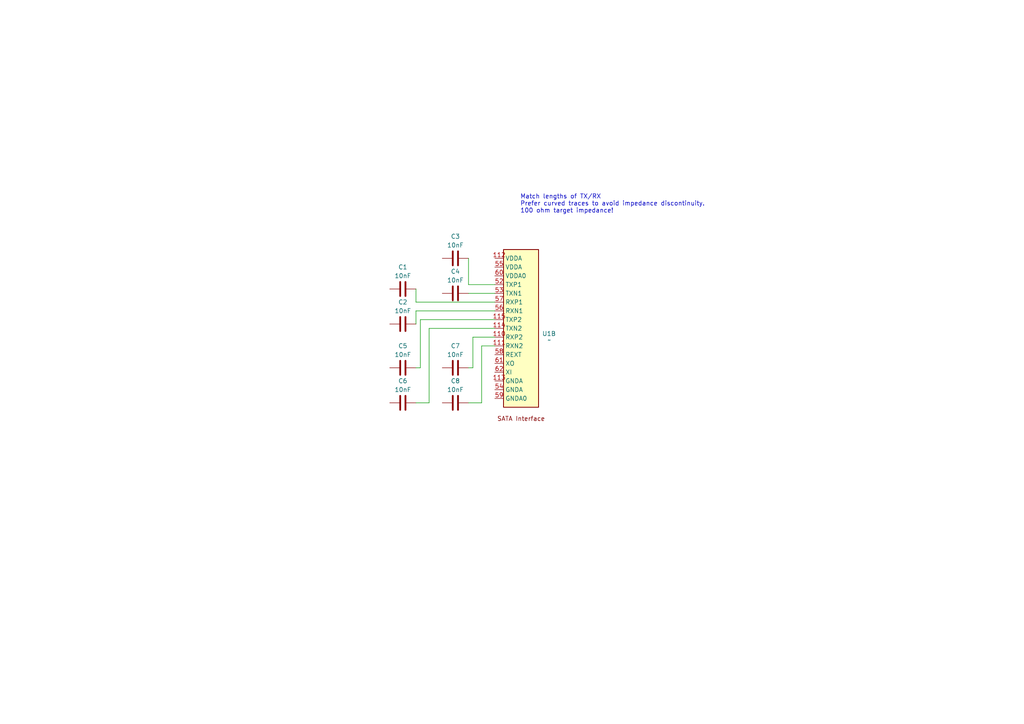
<source format=kicad_sch>
(kicad_sch (version 20231120) (generator "eeschema") (generator_version "8.0")
  (paper "A4")
  (lib_symbols
    (symbol "Device:C" (pin_numbers hide) (pin_names (offset 0.254))
      (property "Reference" "C" (at 0.635 2.54 0))
      (property "Value" "C" (at 0.635 -2.54 0))
      (symbol "C_0_1"
        (polyline (pts (xy -2.032 -0.762) (xy 2.032 -0.762)) (stroke (width 0.508)))
        (polyline (pts (xy -2.032 0.762) (xy 2.032 0.762)) (stroke (width 0.508)))
      )
      (symbol "C_1_1"
        (pin passive line (at 0 3.81 270) (length 2.794) (name "~") (number "1"))
        (pin passive line (at 0 -3.81 90) (length 2.794) (name "~") (number "2"))
      )
    )
    (symbol "XRack:VT6421A"
      (property "Reference" "U" (at 0 2.286 0))
      (symbol "VT6421A_1_1"
        (rectangle (start -5.08 0) (end 5.08 -165.1) (stroke (width 0.254)) (fill (type background)))
        (text "PCI Bus" (at 0 -168.148 0) (effects (font (size 1.27 1.27))))
        (pin bidirectional line (at -7.62 -86.36 0) (length 2.54) (name "AD26") (number "1"))
        (pin bidirectional line (at -7.62 -71.12 0) (length 2.54) (name "AD20") (number "10"))
        (pin passive line (at -7.62 -154.94 0) (length 2.54) (name "GNDP") (number "11"))
        (pin input line (at -7.62 -137.16 0) (length 2.54) (name "ATPGEN") (number "116"))
        (pin output line (at -7.62 -139.7 0) (length 2.54) (name "INTA") (number "117"))
        (pin bidirectional line (at -7.62 -142.24 0) (length 2.54) (name "GNT") (number "118"))
        (pin bidirectional line (at -7.62 -144.78 0) (length 2.54) (name "PCIRST") (number "119"))
        (pin bidirectional line (at -7.62 -68.58 0) (length 2.54) (name "AD19") (number "12"))
        (pin bidirectional line (at -7.62 -147.32 0) (length 2.54) (name "PCICLK") (number "120"))
        (pin bidirectional line (at -7.62 -149.86 0) (length 2.54) (name "REQ") (number "121"))
        (pin bidirectional line (at -7.62 -99.06 0) (length 2.54) (name "AD31") (number "122"))
        (pin bidirectional line (at -7.62 -96.52 0) (length 2.54) (name "AD30") (number "123"))
        (pin power_in line (at -7.62 -7.62 0) (length 2.54) (name "VCC") (number "124"))
        (pin bidirectional line (at -7.62 -93.98 0) (length 2.54) (name "AD29") (number "125"))
        (pin passive line (at -7.62 -162.56 0) (length 2.54) (name "GND") (number "126"))
        (pin bidirectional line (at -7.62 -91.44 0) (length 2.54) (name "AD28") (number "127"))
        (pin bidirectional line (at -7.62 -88.9 0) (length 2.54) (name "AD27") (number "128"))
        (pin bidirectional line (at -7.62 -66.04 0) (length 2.54) (name "AD18") (number "13"))
        (pin power_in line (at -7.62 -17.78 0) (length 2.54) (name "VDDP") (number "14"))
        (pin bidirectional line (at -7.62 -63.5 0) (length 2.54) (name "AD17") (number "15"))
        (pin bidirectional line (at -7.62 -60.96 0) (length 2.54) (name "AD16") (number "16"))
        (pin bidirectional line (at -7.62 -106.68 0) (length 2.54) (name "CBE2") (number "17"))
        (pin bidirectional line (at -7.62 -114.3 0) (length 2.54) (name "FRAME") (number "18"))
        (pin bidirectional line (at -7.62 -116.84 0) (length 2.54) (name "IRDY") (number "19"))
        (pin bidirectional line (at -7.62 -83.82 0) (length 2.54) (name "AD25") (number "2"))
        (pin power_in line (at -7.62 -12.7 0) (length 2.54) (name "VDD") (number "20"))
        (pin bidirectional line (at -7.62 -119.38 0) (length 2.54) (name "TRDY") (number "21"))
        (pin bidirectional line (at -7.62 -121.92 0) (length 2.54) (name "DEVSEL") (number "22"))
        (pin passive line (at -7.62 -152.4 0) (length 2.54) (name "VSS") (number "23"))
        (pin bidirectional line (at -7.62 -124.46 0) (length 2.54) (name "STOP") (number "24"))
        (pin input line (at -7.62 -127 0) (length 2.54) (name "SERR") (number "25"))
        (pin input line (at -7.62 -129.54 0) (length 2.54) (name "PERR") (number "26"))
        (pin power_in line (at -7.62 -2.54 0) (length 2.54) (name "VCC") (number "27"))
        (pin bidirectional line (at -7.62 -132.08 0) (length 2.54) (name "PAR") (number "28"))
        (pin bidirectional line (at -7.62 -104.14 0) (length 2.54) (name "CBE1") (number "29"))
        (pin bidirectional line (at -7.62 -81.28 0) (length 2.54) (name "AD24") (number "3"))
        (pin bidirectional line (at -7.62 -58.42 0) (length 2.54) (name "AD15") (number "30"))
        (pin power_in line (at -7.62 -15.24 0) (length 2.54) (name "VDD") (number "31"))
        (pin bidirectional line (at -7.62 -55.88 0) (length 2.54) (name "AD14") (number "32"))
        (pin bidirectional line (at -7.62 -53.34 0) (length 2.54) (name "AD13") (number "33"))
        (pin bidirectional line (at -7.62 -50.8 0) (length 2.54) (name "AD12") (number "34"))
        (pin bidirectional line (at -7.62 -48.26 0) (length 2.54) (name "AD11") (number "35"))
        (pin passive line (at -7.62 -157.48 0) (length 2.54) (name "GND") (number "36"))
        (pin bidirectional line (at -7.62 -45.72 0) (length 2.54) (name "AD10") (number "37"))
        (pin bidirectional line (at -7.62 -43.18 0) (length 2.54) (name "AD9") (number "38"))
        (pin bidirectional line (at -7.62 -40.64 0) (length 2.54) (name "AD8") (number "39"))
        (pin bidirectional line (at -7.62 -109.22 0) (length 2.54) (name "CBE3") (number "4"))
        (pin bidirectional line (at -7.62 -101.6 0) (length 2.54) (name "CBE0") (number "40"))
        (pin bidirectional line (at -7.62 -38.1 0) (length 2.54) (name "AD7") (number "41"))
        (pin bidirectional line (at -7.62 -35.56 0) (length 2.54) (name "AD6") (number "42"))
        (pin bidirectional line (at -7.62 -33.02 0) (length 2.54) (name "AD5") (number "43"))
        (pin power_in line (at -7.62 -5.08 0) (length 2.54) (name "VCC") (number "44"))
        (pin bidirectional line (at -7.62 -30.48 0) (length 2.54) (name "AD4") (number "45"))
        (pin bidirectional line (at -7.62 -27.94 0) (length 2.54) (name "AD3") (number "46"))
        (pin passive line (at -7.62 -160.02 0) (length 2.54) (name "GND") (number "47"))
        (pin bidirectional line (at -7.62 -25.4 0) (length 2.54) (name "AD2") (number "48"))
        (pin bidirectional line (at -7.62 -22.86 0) (length 2.54) (name "AD1") (number "49"))
        (pin bidirectional line (at -7.62 -111.76 0) (length 2.54) (name "IDSEL") (number "5"))
        (pin bidirectional line (at -7.62 -20.32 0) (length 2.54) (name "AD0") (number "50"))
        (pin input line (at -7.62 -134.62 0) (length 2.54) (name "TEST") (number "51"))
        (pin bidirectional line (at -7.62 -78.74 0) (length 2.54) (name "AD23") (number "6"))
        (pin bidirectional line (at -7.62 -76.2 0) (length 2.54) (name "AD22") (number "7"))
        (pin power_in line (at -7.62 -10.16 0) (length 2.54) (name "VDD") (number "8"))
        (pin bidirectional line (at -7.62 -73.66 0) (length 2.54) (name "AD21") (number "9"))
      )
      (symbol "VT6421A_2_1"
        (rectangle (start -5.08 0) (end 5.08 -45.72) (stroke (width 0.254)) (fill (type background)))
        (text "SATA Interface" (at 0 -49.022 0) (effects (font (size 1.27 1.27))))
        (pin input line (at -7.62 -25.4 0) (length 2.54) (name "RXP2") (number "110"))
        (pin input line (at -7.62 -27.94 0) (length 2.54) (name "RXN2") (number "111"))
        (pin power_in line (at -7.62 -2.54 0) (length 2.54) (name "VDDA") (number "112"))
        (pin passive line (at -7.62 -38.1 0) (length 2.54) (name "GNDA") (number "113"))
        (pin output line (at -7.62 -22.86 0) (length 2.54) (name "TXN2") (number "114"))
        (pin output line (at -7.62 -20.32 0) (length 2.54) (name "TXP2") (number "115"))
        (pin output line (at -7.62 -10.16 0) (length 2.54) (name "TXP1") (number "52"))
        (pin output line (at -7.62 -12.7 0) (length 2.54) (name "TXN1") (number "53"))
        (pin passive line (at -7.62 -40.64 0) (length 2.54) (name "GNDA") (number "54"))
        (pin power_in line (at -7.62 -5.08 0) (length 2.54) (name "VDDA") (number "55"))
        (pin input line (at -7.62 -17.78 0) (length 2.54) (name "RXN1") (number "56"))
        (pin input line (at -7.62 -15.24 0) (length 2.54) (name "RXP1") (number "57"))
        (pin input line (at -7.62 -30.48 0) (length 2.54) (name "REXT") (number "58"))
        (pin passive line (at -7.62 -43.18 0) (length 2.54) (name "GNDA0") (number "59"))
        (pin power_in line (at -7.62 -7.62 0) (length 2.54) (name "VDDA0") (number "60"))
        (pin output line (at -7.62 -33.02 0) (length 2.54) (name "XO") (number "61"))
        (pin input line (at -7.62 -35.56 0) (length 2.54) (name "XI") (number "62"))
      )
      (symbol "VT6421A_3_1"
        (rectangle (start -5.08 0) (end 5.08 -91.44) (stroke (width 0.254)) (fill (type background)))
        (text "PATA Interface" (at 0 -94.234 0) (effects (font (size 1.27 1.27))))
        (pin output line (at -7.62 -68.58 0) (length 2.54) (name "DEVRST") (number "63"))
        (pin output line (at -7.62 -66.04 0) (length 2.54) (name "DCS1") (number "64"))
        (pin bidirectional line (at -7.62 -20.32 0) (length 2.54) (name "DA2") (number "65"))
        (pin output line (at -7.62 -63.5 0) (length 2.54) (name "DCS0") (number "66"))
        (pin bidirectional line (at -7.62 -15.24 0) (length 2.54) (name "DA0") (number "67"))
        (pin bidirectional line (at -7.62 -17.78 0) (length 2.54) (name "DA1") (number "68"))
        (pin input line (at -7.62 -71.12 0) (length 2.54) (name "INTRQ") (number "69"))
        (pin output line (at -7.62 -73.66 0) (length 2.54) (name "DDACK") (number "70"))
        (pin input line (at -7.62 -76.2 0) (length 2.54) (name "DDREQ") (number "71"))
        (pin bidirectional line (at -7.62 -60.96 0) (length 2.54) (name "DD15") (number "72"))
        (pin passive line (at -7.62 -88.9 0) (length 2.54) (name "GND") (number "73"))
        (pin bidirectional line (at -7.62 -22.86 0) (length 2.54) (name "DD0") (number "74"))
        (pin power_in line (at -7.62 -5.08 0) (length 2.54) (name "VCC") (number "75"))
        (pin bidirectional line (at -7.62 -58.42 0) (length 2.54) (name "DD14") (number "76"))
        (pin power_in line (at -7.62 -12.7 0) (length 2.54) (name "VDD") (number "77"))
        (pin bidirectional line (at -7.62 -25.4 0) (length 2.54) (name "DD1") (number "78"))
        (pin bidirectional line (at -7.62 -55.88 0) (length 2.54) (name "DD13") (number "79"))
        (pin bidirectional line (at -7.62 -27.94 0) (length 2.54) (name "DD2") (number "80"))
        (pin bidirectional line (at -7.62 -53.34 0) (length 2.54) (name "DD12") (number "81"))
        (pin output line (at -7.62 -78.74 0) (length 2.54) (name "DIOW") (number "82"))
        (pin power_in line (at -7.62 -10.16 0) (length 2.54) (name "VDD") (number "83"))
        (pin input line (at -7.62 -83.82 0) (length 2.54) (name "HDRDY") (number "84"))
        (pin bidirectional line (at -7.62 -30.48 0) (length 2.54) (name "DD3") (number "85"))
        (pin bidirectional line (at -7.62 -50.8 0) (length 2.54) (name "DD11") (number "86"))
        (pin power_in line (at -7.62 -86.36 0) (length 2.54) (name "VSS") (number "87"))
        (pin bidirectional line (at -7.62 -33.02 0) (length 2.54) (name "DD4") (number "88"))
        (pin bidirectional line (at -7.62 -48.26 0) (length 2.54) (name "DD10") (number "89"))
        (pin bidirectional line (at -7.62 -35.56 0) (length 2.54) (name "DD5") (number "90"))
        (pin bidirectional line (at -7.62 -45.72 0) (length 2.54) (name "DD9") (number "91"))
        (pin output line (at -7.62 -81.28 0) (length 2.54) (name "DIOR") (number "92"))
        (pin power_in line (at -7.62 -2.54 0) (length 2.54) (name "VCC") (number "93"))
        (pin power_in line (at -7.62 -7.62 0) (length 2.54) (name "VDD") (number "94"))
        (pin bidirectional line (at -7.62 -38.1 0) (length 2.54) (name "DD6") (number "95"))
        (pin bidirectional line (at -7.62 -43.18 0) (length 2.54) (name "DD8") (number "96"))
        (pin bidirectional line (at -7.62 -40.64 0) (length 2.54) (name "DD7") (number "97"))
      )
      (symbol "VT6421A_4_1"
        (rectangle (start -5.08 0) (end 5.08 -20.32) (stroke (width 0.254)) (fill (type background)))
        (text "LPC Interface" (at 0 -23.114 0) (effects (font (size 1.27 1.27))))
        (pin passive line (at -7.62 -17.78 0) (length 2.54) (name "GND") (number "100"))
        (pin bidirectional line (at -7.62 -2.54 0) (length 2.54) (name "LAD0") (number "101"))
        (pin bidirectional line (at -7.62 -5.08 0) (length 2.54) (name "LAD1") (number "102"))
        (pin bidirectional line (at -7.62 -7.62 0) (length 2.54) (name "LAD2") (number "103"))
        (pin bidirectional line (at -7.62 -10.16 0) (length 2.54) (name "LAD3") (number "104"))
        (pin input line (at -7.62 -12.7 0) (length 2.54) (name "CABDET") (number "98"))
        (pin output line (at -7.62 -15.24 0) (length 2.54) (name "LFRAME#") (number "99"))
      )
      (symbol "VT6421A_5_1"
        (rectangle (start -5.08 0) (end 5.08 -15.24) (stroke (width 0.254)) (fill (type background)))
        (text "Serial EEPROM Interface" (at 0 -18.796 0) (effects (font (size 1.27 1.27))))
        (pin input line (at -7.62 -2.54 0) (length 2.54) (name "EEDO") (number "105"))
        (pin output line (at -7.62 -12.7 0) (length 2.54) (name "SATALED") (number "106"))
        (pin output line (at -7.62 -7.62 0) (length 2.54) (name "EESK") (number "107"))
        (pin output line (at -7.62 -5.08 0) (length 2.54) (name "EEDI") (number "108"))
        (pin output line (at -7.62 -10.16 0) (length 2.54) (name "EECS") (number "109"))
      )
    )
  )
  (wire (pts (xy 143.51 95.25) (xy 124.46 95.25)))
  (wire (pts (xy 143.51 100.33) (xy 139.7 100.33)))
  (wire (pts (xy 143.51 90.17) (xy 120.65 90.17)))
  (wire (pts (xy 124.46 116.84) (xy 120.65 116.84)))
  (wire (pts (xy 121.92 92.71) (xy 121.92 106.68)))
  (wire (pts (xy 120.65 90.17) (xy 120.65 93.98)))
  (wire (pts (xy 121.92 106.68) (xy 120.65 106.68)))
  (wire (pts (xy 143.51 87.63) (xy 120.65 87.63)))
  (wire (pts (xy 143.51 92.71) (xy 121.92 92.71)))
  (wire (pts (xy 124.46 95.25) (xy 124.46 116.84)))
  (wire (pts (xy 143.51 97.79) (xy 137.16 97.79)))
  (wire (pts (xy 139.7 116.84) (xy 135.89 116.84)))
  (wire (pts (xy 139.7 100.33) (xy 139.7 116.84)))
  (wire (pts (xy 137.16 106.68) (xy 135.89 106.68)))
  (wire (pts (xy 120.65 87.63) (xy 120.65 83.82)))
  (wire (pts (xy 137.16 97.79) (xy 137.16 106.68)))
  (wire (pts (xy 135.89 85.09) (xy 143.51 85.09)))
  (wire (pts (xy 143.51 82.55) (xy 135.89 82.55)))
  (wire (pts (xy 135.89 82.55) (xy 135.89 74.93)))
  (text "Match lengths of TX/RX\nPrefer curved traces to avoid impedance discontinuity.\n100 ohm target impedance!" (at 150.876 59.182 0) (effects (font (size 1.27 1.27)) (justify left)))
  (symbol (lib_id "XRack:VT6421A") (at 151.13 72.39 0) (unit 2)
    (property "Reference" "U1" (at 157.226 96.774 0) (effects (justify left)))
    (property "Value" "~" (at 158.75 98.6183 0) (effects (justify left)))
    (property "Footprint" "Package_QFP:LQFP-128_14x20mm_P0.5mm" (effects (hide yes)))
    (property "Datasheet" "https://theretroweb.com/chip/documentation/vt6421a-641dc8837d76e713508862.pdf" (effects (hide yes)))
    (property "Description" "VIA VT6421A Serial ATA RAID Controller" (effects (hide yes)))
  )
  (symbol (lib_id "Device:C") (at 132.08 74.93 90) (unit 1)
    (property "Reference" "C3" (at 132.08 68.58 90))
    (property "Value" "10nF" (at 132.08 71.12 90))
    (property "Footprint" "Capacitor_SMD:C_0603_1608Metric" (effects (hide yes)))
    (property "Description" "Unpolarized capacitor" (effects (hide yes)))
  )
  (symbol (lib_id "Device:C") (at 132.08 85.09 90) (unit 1)
    (property "Reference" "C4" (at 132.08 78.74 90))
    (property "Value" "10nF" (at 132.08 81.28 90))
    (property "Footprint" "Capacitor_SMD:C_0603_1608Metric" (effects (hide yes)))
    (property "Description" "Unpolarized capacitor" (effects (hide yes)))
  )
  (symbol (lib_id "Device:C") (at 132.08 116.84 90) (unit 1)
    (property "Reference" "C8" (at 132.08 110.49 90))
    (property "Value" "10nF" (at 132.08 113.03 90))
    (property "Footprint" "Capacitor_SMD:C_0603_1608Metric" (effects (hide yes)))
    (property "Description" "Unpolarized capacitor" (effects (hide yes)))
  )
  (symbol (lib_id "Device:C") (at 116.84 106.68 90) (unit 1)
    (property "Reference" "C5" (at 116.84 100.33 90))
    (property "Value" "10nF" (at 116.84 102.87 90))
    (property "Footprint" "Capacitor_SMD:C_0603_1608Metric" (effects (hide yes)))
    (property "Description" "Unpolarized capacitor" (effects (hide yes)))
  )
  (symbol (lib_id "Device:C") (at 116.84 116.84 90) (unit 1)
    (property "Reference" "C6" (at 116.84 110.49 90))
    (property "Value" "10nF" (at 116.84 113.03 90))
    (property "Footprint" "Capacitor_SMD:C_0603_1608Metric" (effects (hide yes)))
    (property "Description" "Unpolarized capacitor" (effects (hide yes)))
  )
  (symbol (lib_id "Device:C") (at 132.08 106.68 90) (unit 1)
    (property "Reference" "C7" (at 132.08 100.33 90))
    (property "Value" "10nF" (at 132.08 102.87 90))
    (property "Footprint" "Capacitor_SMD:C_0603_1608Metric" (effects (hide yes)))
    (property "Description" "Unpolarized capacitor" (effects (hide yes)))
  )
  (symbol (lib_id "Device:C") (at 116.84 83.82 90) (unit 1)
    (property "Reference" "C1" (at 116.84 77.47 90))
    (property "Value" "10nF" (at 116.84 80.01 90))
    (property "Footprint" "Capacitor_SMD:C_0603_1608Metric" (effects (hide yes)))
    (property "Description" "Unpolarized capacitor" (effects (hide yes)))
  )
  (symbol (lib_id "Device:C") (at 116.84 93.98 90) (unit 1)
    (property "Reference" "C2" (at 116.84 87.63 90))
    (property "Value" "10nF" (at 116.84 90.17 90))
    (property "Footprint" "Capacitor_SMD:C_0603_1608Metric" (effects (hide yes)))
    (property "Description" "Unpolarized capacitor" (effects (hide yes)))
  )
)
</source>
